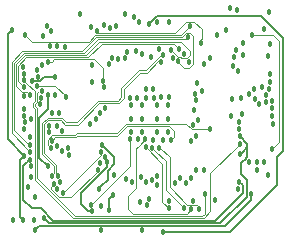
<source format=gbr>
G04 #@! TF.GenerationSoftware,KiCad,Pcbnew,5.1.5+dfsg1-2~bpo10+1*
G04 #@! TF.CreationDate,2020-02-19T21:48:08+01:00*
G04 #@! TF.ProjectId,zglue-gem1-adapter,7a676c75-652d-4676-956d-312d61646170,rev?*
G04 #@! TF.SameCoordinates,Original*
G04 #@! TF.FileFunction,Copper,L4,Inr*
G04 #@! TF.FilePolarity,Positive*
%FSLAX46Y46*%
G04 Gerber Fmt 4.6, Leading zero omitted, Abs format (unit mm)*
G04 Created by KiCad (PCBNEW 5.1.5+dfsg1-2~bpo10+1) date 2020-02-19 21:48:08*
%MOMM*%
%LPD*%
G04 APERTURE LIST*
%ADD10C,0.457000*%
%ADD11C,0.150000*%
%ADD12C,0.100000*%
%ADD13C,0.110000*%
G04 APERTURE END LIST*
D10*
X10950000Y-8850000D03*
X14050000Y-8850000D03*
X14050000Y-10000000D03*
X10950000Y-10000000D03*
X10950000Y-11150000D03*
X14050000Y-11150000D03*
X11850000Y-8850000D03*
X13100000Y-8850000D03*
X11900000Y-10000000D03*
X13100000Y-10000000D03*
X11900000Y-11150000D03*
X13100000Y-11150000D03*
X19000000Y-2520000D03*
X13150000Y-1820000D03*
X14150000Y-1820000D03*
X11650000Y-1820000D03*
X1920000Y-10860000D03*
X19440000Y-9750000D03*
X7660000Y-5490000D03*
X17140000Y-5350000D03*
X22610000Y-7470000D03*
X22220000Y-13630000D03*
X22540000Y-14740000D03*
X19525000Y-8295000D03*
X5325000Y-3920000D03*
X7530000Y-2270000D03*
X20020000Y-15980000D03*
X3302842Y-8227962D03*
X1892225Y-8096490D03*
X20230000Y-8250000D03*
X8630000Y-2110000D03*
X9640000Y-2150000D03*
X21630000Y-14380000D03*
X8727692Y-13206674D03*
X16310000Y-9226500D03*
X4480000Y-7982216D03*
X3983498Y-10593498D03*
X8397353Y-17377353D03*
X9523510Y-14760000D03*
X8300000Y-13790000D03*
X16168831Y-16966500D03*
X11900000Y-19468500D03*
X7626500Y-6920000D03*
X5648835Y-13038500D03*
X5604994Y-12470495D03*
X11700000Y-17053510D03*
X10500000Y-15120000D03*
X4246500Y-9500000D03*
X11020000Y-15350000D03*
X4853500Y-9500000D03*
X11745393Y-14925393D03*
X5114607Y-11034607D03*
X5114607Y-12734607D03*
X12685393Y-15205393D03*
X4685393Y-12305393D03*
X13114607Y-15634607D03*
X15124607Y-14985393D03*
X17090000Y-14380000D03*
X15984607Y-14985393D03*
X20120000Y-10873500D03*
X8950000Y-13690000D03*
X9078521Y-5371269D03*
X20140000Y-11450000D03*
X3600000Y-18430000D03*
X9120000Y-2320000D03*
X7644993Y-17811501D03*
X20166480Y-13022063D03*
X12174607Y-15354607D03*
X4685393Y-10605393D03*
X14190000Y-16930000D03*
X4500000Y-6490000D03*
X990000Y-18540000D03*
X2583500Y-6770000D03*
X18040000Y-16906922D03*
X12330000Y-17320000D03*
X14695393Y-15414607D03*
X16460000Y-14380000D03*
X15555393Y-15414607D03*
X20120000Y-10266500D03*
X13170000Y-14860000D03*
X12493112Y-16763112D03*
X13343438Y-12476562D03*
X16710000Y-17660000D03*
X1980000Y-10310000D03*
X12170000Y-12390000D03*
X14150000Y-17570000D03*
X1892445Y-9190000D03*
X11500000Y-11750000D03*
X1856490Y-6184810D03*
X12840000Y-11810000D03*
X12160000Y-11750000D03*
X16060037Y-17673510D03*
X2390000Y-13480000D03*
X20090000Y-15340000D03*
X12756275Y-12476215D03*
X15400000Y-17570000D03*
X1900000Y-9750000D03*
X10868367Y-11750000D03*
X7583257Y-17283083D03*
X13690000Y-11780000D03*
X1814989Y-5628390D03*
X8483978Y-12263510D03*
X21130000Y-16390000D03*
X2720000Y-18541491D03*
X2840000Y-19448500D03*
X8200000Y-15920000D03*
X3390000Y-7650000D03*
X17177472Y-16347472D03*
X8387700Y-12786738D03*
X5150000Y-16280000D03*
X20160000Y-12110000D03*
X1856490Y-6720000D03*
X16045393Y-11874607D03*
X21790000Y-8790000D03*
X4410000Y-15540000D03*
X8110000Y-14340000D03*
X14321498Y-11770000D03*
X4232218Y-11907708D03*
X16474607Y-11445393D03*
X21420000Y-8300000D03*
X2451479Y-9990000D03*
X17653618Y-10900000D03*
X2400000Y-11570000D03*
X4137647Y-12462353D03*
X7505393Y-10444607D03*
X3000000Y-5850000D03*
X16195393Y-10504607D03*
X20930000Y-7920000D03*
X7934607Y-10015393D03*
X3420000Y-5420000D03*
X8764607Y-9125393D03*
X4710000Y-3890000D03*
X8335393Y-9554607D03*
X4080000Y-3890000D03*
X19974607Y-5974607D03*
X16376444Y-7882942D03*
X22354377Y-8565698D03*
X2451479Y-14980000D03*
X20320000Y-9580000D03*
X2451479Y-14040000D03*
X16570000Y-7020000D03*
X19830000Y-4220000D03*
X21590000Y-13680000D03*
X2970000Y-7220000D03*
X2210030Y-15769970D03*
X5458807Y-8151381D03*
X16460000Y-8423500D03*
X19545393Y-5545393D03*
X3963500Y-11160000D03*
X9094875Y-17769671D03*
X9410000Y-16481500D03*
X3273029Y-8779529D03*
X14125000Y-8205000D03*
X10875000Y-8220000D03*
X3500000Y-3020000D03*
X15850000Y-5210000D03*
X3850000Y-2120000D03*
X3900000Y-7970000D03*
X3950000Y-14050000D03*
X16942947Y-7626529D03*
X17610000Y-4840000D03*
X8630000Y-7340000D03*
X16901453Y-3592653D03*
X8020000Y-2586500D03*
X13475000Y-8200000D03*
X2000000Y-2920000D03*
X3040000Y-6460000D03*
X15930000Y-2160000D03*
X11870000Y-4510000D03*
X13480000Y-5220000D03*
X4795075Y-14828425D03*
X13680000Y-4610000D03*
X4238075Y-14828425D03*
X15020000Y-4090000D03*
X1856490Y-7319481D03*
X12175000Y-7525000D03*
X19650000Y-4820000D03*
X18225000Y-2922479D03*
X12850000Y-8225000D03*
X10460000Y-1100000D03*
X12825000Y-7525000D03*
X20400000Y-3570000D03*
X10412988Y-4893263D03*
X9870000Y-4910000D03*
X14896480Y-5153657D03*
X2390000Y-12800000D03*
X9330000Y-4890000D03*
X11377176Y-4309597D03*
X2780000Y-16660000D03*
X8599687Y-6808853D03*
X20960000Y-13660000D03*
X3926500Y-5180000D03*
X11475000Y-8215000D03*
X4200000Y-2591490D03*
X12175000Y-8210000D03*
X19920000Y-800000D03*
X15400000Y-4520000D03*
X2400000Y-12190000D03*
X15762245Y-3108520D03*
X8410000Y-19468500D03*
X12460000Y-1950000D03*
X13650000Y-19560000D03*
X14460334Y-4827751D03*
X22870000Y-12560000D03*
X21225037Y-2944963D03*
X14310000Y-4210000D03*
X2420820Y-8034694D03*
X10600000Y-4390000D03*
X6580000Y-1170000D03*
X13340000Y-4100000D03*
X22025000Y-7320000D03*
X11220000Y-1360000D03*
X19290000Y-620000D03*
X12596490Y-4820000D03*
X20400000Y-4570000D03*
X4906397Y-15348649D03*
X4707640Y-15980949D03*
X1920000Y-13150000D03*
X880000Y-2500000D03*
X1780000Y-18541490D03*
X16624607Y-10075393D03*
X21380000Y-7470000D03*
X22630000Y-960000D03*
X22710000Y-3690000D03*
X22560000Y-4690000D03*
X22750000Y-6240000D03*
X22700000Y-6910000D03*
X22220000Y-2440000D03*
X22350000Y-7980000D03*
X22920000Y-8500000D03*
X22900000Y-9110000D03*
X22890000Y-9770000D03*
X22963510Y-10490000D03*
D11*
X20140000Y-11450000D02*
X20800000Y-12110000D01*
D12*
X20800000Y-13160000D02*
X20800000Y-13280000D01*
D11*
X20800000Y-13280000D02*
X20620000Y-13460000D01*
X20800000Y-13060000D02*
X20800000Y-13280000D01*
X20800000Y-13060000D02*
X20800000Y-13160000D01*
D12*
X20620000Y-13460000D02*
X20606499Y-13473501D01*
D11*
X20800000Y-12110000D02*
X20800000Y-12360000D01*
X20800000Y-12360000D02*
X20800000Y-13060000D01*
X20620000Y-13460000D02*
X20540000Y-13460000D01*
X20230000Y-13770000D02*
X20230000Y-14720000D01*
X20230000Y-14720000D02*
X20730000Y-15220000D01*
X3828499Y-18658499D02*
X3600000Y-18430000D01*
X4034989Y-18864989D02*
X3828499Y-18658499D01*
X18465011Y-18864989D02*
X4034989Y-18864989D01*
X20540000Y-13460000D02*
X20230000Y-13770000D01*
X20730000Y-16600000D02*
X18465011Y-18864989D01*
X20730000Y-15220000D02*
X20730000Y-16600000D01*
X6710000Y-17199655D02*
X7321846Y-17811501D01*
X8950000Y-14060182D02*
X6710000Y-16300182D01*
X8950000Y-13690000D02*
X8950000Y-14060182D01*
X6710000Y-16300182D02*
X6710000Y-17199655D01*
X7321846Y-17811501D02*
X7644993Y-17811501D01*
X20800000Y-12360000D02*
X20800000Y-12388543D01*
X20394979Y-12793564D02*
X20166480Y-13022063D01*
X20800000Y-12388543D02*
X20394979Y-12793564D01*
X3570182Y-6490000D02*
X3221681Y-6838501D01*
X4500000Y-6490000D02*
X3570182Y-6490000D01*
D12*
X2620000Y-6733500D02*
X2583500Y-6770000D01*
X2620000Y-6590000D02*
X2620000Y-6733500D01*
D11*
X3221681Y-6838501D02*
X2970000Y-6838501D01*
X2970000Y-6838501D02*
X2868501Y-6838501D01*
X2652001Y-6838501D02*
X2583500Y-6770000D01*
X2970000Y-6838501D02*
X2652001Y-6838501D01*
D12*
X14200000Y-13420000D02*
X14200000Y-13940000D01*
X14200000Y-13260000D02*
X13420000Y-12480000D01*
X14200000Y-13940000D02*
X14200000Y-13260000D01*
X16500000Y-17320000D02*
X16700000Y-17520000D01*
X14200000Y-15820000D02*
X15700000Y-17320000D01*
X15700000Y-17320000D02*
X16500000Y-17320000D01*
X14200000Y-13940000D02*
X14200000Y-15820000D01*
X12170000Y-12390000D02*
X13600000Y-13820000D01*
X13600000Y-13820000D02*
X13600000Y-17020000D01*
X13600000Y-17020000D02*
X14150000Y-17570000D01*
X16070000Y-17670000D02*
X16066490Y-17673510D01*
X16066490Y-17673510D02*
X16060037Y-17673510D01*
X11373501Y-15886499D02*
X11373501Y-12536499D01*
X10710000Y-16550000D02*
X11373501Y-15886499D01*
X10710000Y-17670000D02*
X10710000Y-16550000D01*
X11090000Y-18050000D02*
X10710000Y-17670000D01*
X12160000Y-11750000D02*
X11580000Y-12330000D01*
X11580000Y-12330000D02*
X11391892Y-12518108D01*
X11373501Y-12536499D02*
X11580000Y-12330000D01*
X15683547Y-18050000D02*
X11090000Y-18050000D01*
X16060037Y-17673510D02*
X15683547Y-18050000D01*
D11*
X2700000Y-17590000D02*
X2530000Y-17590000D01*
X2700000Y-17590000D02*
X2610000Y-17590000D01*
X2161501Y-13708499D02*
X2390000Y-13480000D01*
X1831529Y-16891529D02*
X1831529Y-14038471D01*
X1831529Y-14038471D02*
X2161501Y-13708499D01*
X2530000Y-17590000D02*
X1831529Y-16891529D01*
X4370160Y-18639978D02*
X3320182Y-17590000D01*
X20090000Y-15340000D02*
X20398501Y-15648501D01*
X20398501Y-16291499D02*
X18050022Y-18639978D01*
X18050022Y-18639978D02*
X4370160Y-18639978D01*
X3320182Y-17590000D02*
X2700000Y-17590000D01*
X20398501Y-15648501D02*
X20398501Y-16291499D01*
D12*
X12984774Y-12704714D02*
X12756275Y-12476215D01*
X13900000Y-13619940D02*
X12984774Y-12704714D01*
X13900000Y-16070000D02*
X13900000Y-13619940D01*
X15400000Y-17570000D02*
X13900000Y-16070000D01*
X10868367Y-11750000D02*
X10868367Y-13997973D01*
X10868367Y-13997973D02*
X7811756Y-17054584D01*
X7811756Y-17054584D02*
X7583257Y-17283083D01*
X1814989Y-5628390D02*
X1870888Y-5628390D01*
D11*
X21130000Y-16860000D02*
X18900000Y-19090000D01*
X21130000Y-16390000D02*
X21130000Y-16860000D01*
X18900000Y-19090000D02*
X7620000Y-19090000D01*
X7620000Y-19090000D02*
X3140000Y-19090000D01*
X2840000Y-19390000D02*
X2840000Y-19448500D01*
X3140000Y-19090000D02*
X2840000Y-19390000D01*
X8960000Y-15160000D02*
X8428499Y-15691501D01*
X9500000Y-13279532D02*
X9500000Y-13880000D01*
X9500000Y-13880000D02*
X8960000Y-14420000D01*
X8428499Y-15691501D02*
X8200000Y-15920000D01*
X8483978Y-12263510D02*
X9500000Y-13279532D01*
X8960000Y-14420000D02*
X8960000Y-15160000D01*
D12*
X17177472Y-16670619D02*
X17177472Y-16347472D01*
X2980000Y-15060000D02*
X6169999Y-18249999D01*
X6169999Y-18249999D02*
X16990001Y-18249999D01*
X2949332Y-8580044D02*
X2790000Y-8739376D01*
X2790000Y-8739376D02*
X2790000Y-8942498D01*
X17177472Y-18062528D02*
X17177472Y-16670619D01*
X2790000Y-8942498D02*
X2980000Y-9132498D01*
X3175000Y-7620000D02*
X2949332Y-7845668D01*
X2980000Y-9132498D02*
X2980000Y-15060000D01*
X2949332Y-7845668D02*
X2949332Y-8580044D01*
X16990001Y-18249999D02*
X17177472Y-18062528D01*
X8387700Y-13109885D02*
X8387700Y-12786738D01*
X5217585Y-16280000D02*
X8387700Y-13109885D01*
X5150000Y-16280000D02*
X5217585Y-16280000D01*
X1920000Y-6783510D02*
X1856490Y-6720000D01*
X1920000Y-6820000D02*
X1920000Y-6783510D01*
X20160000Y-12110000D02*
X17660000Y-14610000D01*
X17084990Y-18425010D02*
X6045010Y-18425010D01*
X17660000Y-17850000D02*
X17084990Y-18425010D01*
X17660000Y-14610000D02*
X17660000Y-17850000D01*
X2804989Y-9204989D02*
X2614989Y-9014989D01*
X2614989Y-9014989D02*
X2614989Y-8666885D01*
X2774321Y-7637831D02*
X2084989Y-6948499D01*
X2084989Y-6948499D02*
X1856490Y-6720000D01*
X2614989Y-8666885D02*
X2774321Y-8507553D01*
X2774321Y-8507553D02*
X2774321Y-7637831D01*
X6045010Y-18425010D02*
X2804989Y-15184989D01*
X2804989Y-15184989D02*
X2804989Y-9204989D01*
X4181501Y-15768499D02*
X4410000Y-15540000D01*
X8130000Y-14430000D02*
X5900000Y-16660000D01*
X5900000Y-16660000D02*
X4863509Y-16660000D01*
X4863509Y-16660000D02*
X4181501Y-15977992D01*
X4181501Y-15977992D02*
X4181501Y-15768499D01*
X14321498Y-11730000D02*
X14235000Y-11730000D01*
X14549997Y-11541501D02*
X14549997Y-11039997D01*
X14321498Y-11770000D02*
X14549997Y-11541501D01*
X14549997Y-11039997D02*
X14150000Y-10640000D01*
X14150000Y-10640000D02*
X10607500Y-10640000D01*
X6377501Y-11480000D02*
X6294383Y-11563118D01*
X9767500Y-11480000D02*
X6377501Y-11480000D01*
X10607500Y-10640000D02*
X9767500Y-11480000D01*
X6294383Y-11563118D02*
X4546882Y-11563118D01*
X4232218Y-11877782D02*
X4232218Y-11907708D01*
X4546882Y-11563118D02*
X4232218Y-11877782D01*
X17330471Y-10900000D02*
X17653618Y-10900000D01*
X4251892Y-11388108D02*
X6221892Y-11388108D01*
X10550000Y-10450000D02*
X15617604Y-10450000D01*
X3874148Y-12198854D02*
X3874148Y-11765852D01*
X9765000Y-11235000D02*
X10550000Y-10450000D01*
X3874148Y-11765852D02*
X4251892Y-11388108D01*
X4137647Y-12462353D02*
X3874148Y-12198854D01*
X6221892Y-11388108D02*
X6375000Y-11235000D01*
X6375000Y-11235000D02*
X9765000Y-11235000D01*
X15617604Y-10450000D02*
X16067604Y-10900000D01*
X16067604Y-10900000D02*
X17330471Y-10900000D01*
X4509812Y-7220000D02*
X5409823Y-8120011D01*
X2970000Y-7220000D02*
X4509812Y-7220000D01*
X5409823Y-8120011D02*
X5458807Y-8151381D01*
D11*
X9094875Y-16796625D02*
X9410000Y-16481500D01*
X9094875Y-17769671D02*
X9094875Y-16796625D01*
X3900000Y-7970000D02*
X3900000Y-9200000D01*
X3900000Y-9200000D02*
X3180010Y-9919990D01*
X3180010Y-9919990D02*
X3180010Y-13330010D01*
X3900000Y-14050000D02*
X3950000Y-14050000D01*
X3180010Y-13330010D02*
X3900000Y-14050000D01*
D12*
X16901453Y-3269506D02*
X16920000Y-3250959D01*
X16901453Y-3592653D02*
X16901453Y-3269506D01*
X16920000Y-3250959D02*
X16920000Y-2420000D01*
X16306499Y-1806499D02*
X15583501Y-1806499D01*
X16920000Y-2420000D02*
X16306499Y-1806499D01*
X15160000Y-2230000D02*
X15010000Y-2380000D01*
X15583501Y-1806499D02*
X15160000Y-2230000D01*
X8163500Y-2730000D02*
X8020000Y-2586500D01*
X15160000Y-2230000D02*
X14660000Y-2730000D01*
X14660000Y-2730000D02*
X8163500Y-2730000D01*
X15701501Y-2388499D02*
X15930000Y-2160000D01*
X15150000Y-2940000D02*
X15701501Y-2388499D01*
X7907500Y-2940000D02*
X15150000Y-2940000D01*
X7352500Y-3495000D02*
X7907500Y-2940000D01*
X2000000Y-2920000D02*
X2575000Y-3495000D01*
X2575000Y-3495000D02*
X7352500Y-3495000D01*
D13*
X13250000Y-5140000D02*
X13400000Y-5140000D01*
X12290000Y-6100000D02*
X13250000Y-5140000D01*
X13400000Y-5140000D02*
X13480000Y-5220000D01*
X10305000Y-8288494D02*
X10305000Y-7513494D01*
X9893494Y-8700000D02*
X10305000Y-8288494D01*
X3605000Y-12925000D02*
X3605000Y-10465000D01*
X11718494Y-6100000D02*
X12290000Y-6100000D01*
X4630000Y-13950000D02*
X3605000Y-12925000D01*
X10305000Y-7513494D02*
X11718494Y-6100000D01*
X4630000Y-14663350D02*
X4630000Y-13950000D01*
X6468494Y-10500000D02*
X8268494Y-8700000D01*
X4795075Y-14828425D02*
X4630000Y-14663350D01*
X3605000Y-10465000D02*
X3945000Y-10125000D01*
X3945000Y-10125000D02*
X5006506Y-10125000D01*
X5006506Y-10125000D02*
X5381506Y-10500000D01*
X5381506Y-10500000D02*
X6468494Y-10500000D01*
X8268494Y-8700000D02*
X9893494Y-8700000D01*
X12231506Y-5890000D02*
X13481506Y-4640000D01*
X11631506Y-5890000D02*
X12231506Y-5890000D01*
X10095000Y-7426506D02*
X11631506Y-5890000D01*
X13481506Y-4640000D02*
X13770000Y-4640000D01*
X10095000Y-8201506D02*
X10095000Y-7426506D01*
X8181506Y-8490000D02*
X9806506Y-8490000D01*
X9806506Y-8490000D02*
X10095000Y-8201506D01*
X4238075Y-14828425D02*
X4430000Y-14636500D01*
X4430000Y-14636500D02*
X4430000Y-14011644D01*
X3893355Y-9915000D02*
X5093494Y-9915000D01*
X6381506Y-10290000D02*
X8181506Y-8490000D01*
X3419989Y-10388366D02*
X3893355Y-9915000D01*
X4430000Y-14011644D02*
X3419989Y-13001634D01*
X5093494Y-9915000D02*
X5468494Y-10290000D01*
X3419989Y-13001634D02*
X3419989Y-10388366D01*
X5468494Y-10290000D02*
X6381506Y-10290000D01*
D12*
X14575000Y-3645000D02*
X8445000Y-3645000D01*
X8445000Y-3645000D02*
X7280000Y-4810000D01*
X7280000Y-4810000D02*
X2090000Y-4810000D01*
X2090000Y-4810000D02*
X1375011Y-5524989D01*
X1627991Y-7090982D02*
X1856490Y-7319481D01*
X15020000Y-4090000D02*
X14575000Y-3645000D01*
X1375011Y-5524989D02*
X1375011Y-6838002D01*
X1375011Y-6838002D02*
X1627991Y-7090982D01*
X15124979Y-5382156D02*
X14896480Y-5153657D01*
X15462823Y-5720000D02*
X15124979Y-5382156D01*
X1735033Y-4284967D02*
X6810033Y-4284967D01*
X15863182Y-5720000D02*
X15462823Y-5720000D01*
X16203501Y-5379681D02*
X15863182Y-5720000D01*
X825001Y-11235001D02*
X825001Y-5194999D01*
X825001Y-5194999D02*
X1735033Y-4284967D01*
X15931926Y-2755019D02*
X16203501Y-3026594D01*
X15222491Y-3115011D02*
X15582483Y-2755019D01*
X2390000Y-12800000D02*
X825001Y-11235001D01*
X6810033Y-4284967D02*
X7979991Y-3115011D01*
X7979991Y-3115011D02*
X15222491Y-3115011D01*
X15582483Y-2755019D02*
X15931926Y-2755019D01*
X16203501Y-3026594D02*
X16203501Y-5379681D01*
X4249647Y-5180000D02*
X4444637Y-4985010D01*
X3926500Y-5180000D02*
X4249647Y-5180000D01*
X4444637Y-4985010D02*
X7835010Y-4985010D01*
X8599687Y-5749687D02*
X8599687Y-6808853D01*
X7835010Y-4985010D02*
X8599687Y-5749687D01*
X2400000Y-12320000D02*
X1000012Y-10920012D01*
X1000012Y-5319988D02*
X1860022Y-4459978D01*
X6935022Y-4459978D02*
X8104978Y-3290022D01*
X8104978Y-3290022D02*
X15580743Y-3290022D01*
X1000012Y-10920012D02*
X1000012Y-5319988D01*
X15580743Y-3290022D02*
X15762245Y-3108520D01*
X1860022Y-4459978D02*
X6935022Y-4459978D01*
D11*
X19300000Y-19560000D02*
X13650000Y-19560000D01*
X23280000Y-15580000D02*
X19300000Y-19560000D01*
X23800000Y-12740000D02*
X23280000Y-13260000D01*
X23280000Y-13260000D02*
X23280000Y-15580000D01*
X23800000Y-3130000D02*
X23800000Y-12740000D01*
X12460000Y-1950000D02*
X13140000Y-1270000D01*
X21940000Y-1270000D02*
X23800000Y-3130000D01*
X13140000Y-1270000D02*
X21940000Y-1270000D01*
D12*
X23480000Y-11950000D02*
X22870000Y-12560000D01*
X23480000Y-3425000D02*
X23480000Y-11950000D01*
X22999963Y-2944963D02*
X23480000Y-3425000D01*
X21225037Y-2944963D02*
X22999963Y-2944963D01*
X15105317Y-4748499D02*
X15246818Y-4890000D01*
X14888499Y-4748499D02*
X15105317Y-4748499D01*
X15646818Y-4890000D02*
X15900000Y-4636818D01*
X15246818Y-4890000D02*
X15646818Y-4890000D01*
X15900000Y-4530000D02*
X15900000Y-4320000D01*
X15900000Y-4636818D02*
X15900000Y-4530000D01*
X14660000Y-4520000D02*
X14800000Y-4660000D01*
X14800000Y-4660000D02*
X14888499Y-4748499D01*
X14578499Y-4438499D02*
X14800000Y-4660000D01*
X14310000Y-4210000D02*
X14350000Y-4210000D01*
X14350000Y-4210000D02*
X14578499Y-4438499D01*
X15900000Y-4530000D02*
X15900000Y-4230000D01*
X15900000Y-4230000D02*
X15139989Y-3469989D01*
X1722544Y-7742989D02*
X2129115Y-7742989D01*
X8270011Y-3469989D02*
X7105011Y-4634989D01*
X7105011Y-4634989D02*
X1965011Y-4634989D01*
X1200000Y-7220445D02*
X1722544Y-7742989D01*
X15139989Y-3469989D02*
X8270011Y-3469989D01*
X1200000Y-5400000D02*
X1200000Y-7220445D01*
X1965011Y-4634989D02*
X1200000Y-5400000D01*
X2129115Y-7742989D02*
X2192321Y-7806195D01*
X2192321Y-7806195D02*
X2420820Y-8034694D01*
D11*
X880000Y-2500000D02*
X510000Y-2870000D01*
X510000Y-11740000D02*
X1920000Y-13150000D01*
X510000Y-2870000D02*
X510000Y-11740000D01*
X1551501Y-13518499D02*
X1551501Y-18312991D01*
X1920000Y-13150000D02*
X1551501Y-13518499D01*
X1551501Y-18312991D02*
X1780000Y-18541490D01*
M02*

</source>
